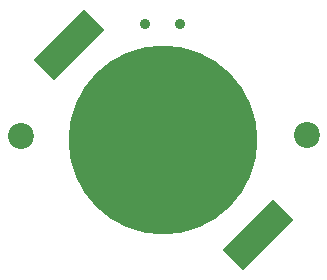
<source format=gbr>
%TF.GenerationSoftware,KiCad,Pcbnew,(6.0.9)*%
%TF.CreationDate,2022-11-12T13:39:39-06:00*%
%TF.ProjectId,ZoeBirthdayRing,5a6f6542-6972-4746-9864-617952696e67,rev?*%
%TF.SameCoordinates,Original*%
%TF.FileFunction,Soldermask,Bot*%
%TF.FilePolarity,Negative*%
%FSLAX46Y46*%
G04 Gerber Fmt 4.6, Leading zero omitted, Abs format (unit mm)*
G04 Created by KiCad (PCBNEW (6.0.9)) date 2022-11-12 13:39:39*
%MOMM*%
%LPD*%
G01*
G04 APERTURE LIST*
G04 Aperture macros list*
%AMRotRect*
0 Rectangle, with rotation*
0 The origin of the aperture is its center*
0 $1 length*
0 $2 width*
0 $3 Rotation angle, in degrees counterclockwise*
0 Add horizontal line*
21,1,$1,$2,0,0,$3*%
G04 Aperture macros list end*
%ADD10C,2.200000*%
%ADD11C,0.900000*%
%ADD12RotRect,2.400000X6.100000X135.000000*%
%ADD13C,16.000000*%
G04 APERTURE END LIST*
D10*
%TO.C,REF\u002A\u002A*%
X146000000Y-91500000D03*
%TD*%
%TO.C,REF\u002A\u002A*%
X170200000Y-91400000D03*
%TD*%
D11*
%TO.C,SW1*%
X159500000Y-82045000D03*
X156500000Y-82045000D03*
%TD*%
D12*
%TO.C,BT1*%
X166092579Y-99858746D03*
X150041255Y-83807422D03*
D13*
X158066917Y-91833084D03*
%TD*%
M02*

</source>
